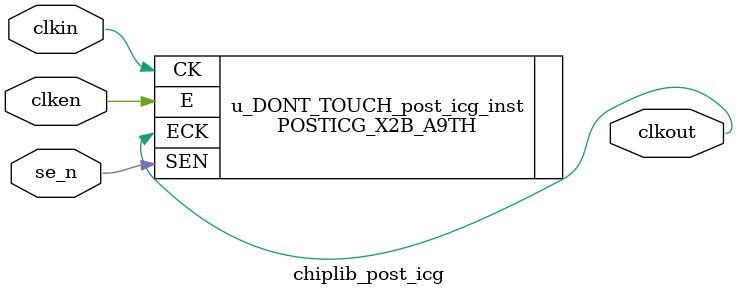
<source format=v>
module chiplib_mux2 ( 
  input  a,
  input  b,
  input  s,
  output y
  );

`ifdef FPGA_SYNTH
assign y = (s == 1'b1) ? b : a;
`else
  MX2_X4M_A9TH u_DONT_TOUCH_mux2_inst (
     .A   (a),
     .B   (b),
     .Y   (y),
     .S0  (s)
  );
`endif


endmodule

module chiplib_mux3 ( 
  input        a,
  input        b,
  input        c,
  input  [1:0] s,
  output       y
  );

`ifdef FPGA_SYNTH
assign y = (s == 2'b10) ? c : ((s == 2'b01) ? b : a);
`else
  MX2_X4M_A9TH u_DONT_TOUCH_mux2_inst0 (
     .A   (a),
     .B   (b),
     .Y   (y_int),
     .S0  (s[0])
  );

  MX2_X4M_A9TH u_DONT_TOUCH_mux2_inst1 (
     .A   (y_int),
     .B   (c),
     .Y   (y),
     .S0  (s[1])
  );
`endif

endmodule


module chiplib_mux4 ( 
  input        a,
  input        b,
  input        c,
  input        d,
  input  [1:0] s,
  output       y
  );

`ifdef FPGA_SYNTH
assign y = (s == 2'b11) ? d : ((s == 2'b10) ? c : ((s == 2'b01) ? b : a));
`else
  MX2_X4M_A9TH u_DONT_TOUCH_mux2_inst0 (
     .A   (a),
     .B   (b),
     .Y   (y_int1),
     .S0  (s[0])
  );

  MX2_X4M_A9TH u_DONT_TOUCH_mux2_inst1 (
     .A   (c),
     .B   (d),
     .Y   (y_int2),
     .S0  (s[0])
  );

  MX2_X4M_A9TH u_DONT_TOUCH_mux2_inst2 (
     .A   (y_int1),
     .B   (y_int2),
     .Y   (y),
     .S0  (s[1])
  );

`endif

endmodule

module chiplib_post_icg ( 
  input        clkin,
  input        clken,
  input        se_n,
  output       clkout
  );

    reg clkout_loc;

`ifdef FPGA_SYNTH
   always @* begin
     if (clkin == 1'b0) begin
       if (clken == 1'b1) begin
          clkout_loc <= clkin;
       end 
       else begin
         clkout_loc <= 1'b0;
       end
     end
   end

   assign clkout = clkout_loc;
`else
  POSTICG_X2B_A9TH u_DONT_TOUCH_post_icg_inst (.ECK (clkout), .CK (clkin), .E (clken), .SEN (se_n));
`endif

endmodule



</source>
